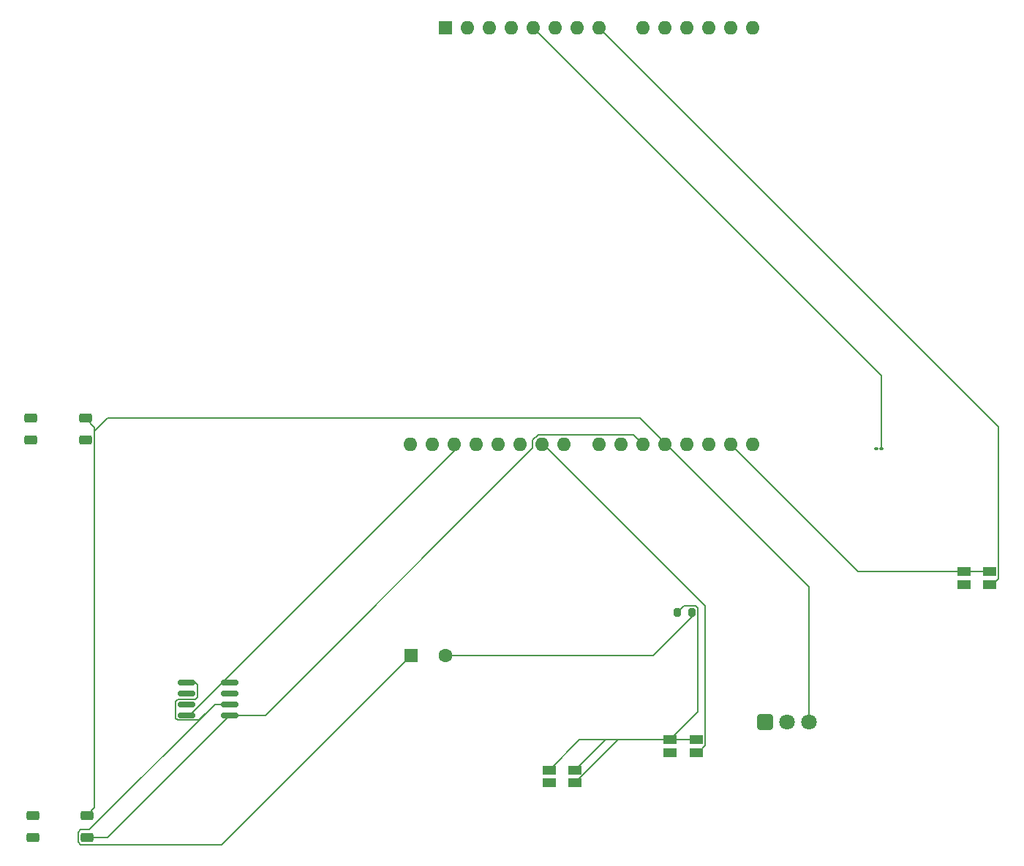
<source format=gbr>
%TF.GenerationSoftware,KiCad,Pcbnew,9.0.0*%
%TF.CreationDate,2025-04-20T12:54:08+05:30*%
%TF.ProjectId,IOT based traffic light smart control innovation,494f5420-6261-4736-9564-207472616666,rev?*%
%TF.SameCoordinates,Original*%
%TF.FileFunction,Copper,L1,Top*%
%TF.FilePolarity,Positive*%
%FSLAX46Y46*%
G04 Gerber Fmt 4.6, Leading zero omitted, Abs format (unit mm)*
G04 Created by KiCad (PCBNEW 9.0.0) date 2025-04-20 12:54:08*
%MOMM*%
%LPD*%
G01*
G04 APERTURE LIST*
G04 Aperture macros list*
%AMRoundRect*
0 Rectangle with rounded corners*
0 $1 Rounding radius*
0 $2 $3 $4 $5 $6 $7 $8 $9 X,Y pos of 4 corners*
0 Add a 4 corners polygon primitive as box body*
4,1,4,$2,$3,$4,$5,$6,$7,$8,$9,$2,$3,0*
0 Add four circle primitives for the rounded corners*
1,1,$1+$1,$2,$3*
1,1,$1+$1,$4,$5*
1,1,$1+$1,$6,$7*
1,1,$1+$1,$8,$9*
0 Add four rect primitives between the rounded corners*
20,1,$1+$1,$2,$3,$4,$5,0*
20,1,$1+$1,$4,$5,$6,$7,0*
20,1,$1+$1,$6,$7,$8,$9,0*
20,1,$1+$1,$8,$9,$2,$3,0*%
G04 Aperture macros list end*
%TA.AperFunction,SMDPad,CuDef*%
%ADD10RoundRect,0.275000X-0.475000X-0.275000X0.475000X-0.275000X0.475000X0.275000X-0.475000X0.275000X0*%
%TD*%
%TA.AperFunction,ComponentPad*%
%ADD11RoundRect,0.248400X-0.651600X-0.651600X0.651600X-0.651600X0.651600X0.651600X-0.651600X0.651600X0*%
%TD*%
%TA.AperFunction,ComponentPad*%
%ADD12C,1.800000*%
%TD*%
%TA.AperFunction,SMDPad,CuDef*%
%ADD13RoundRect,0.150000X-0.825000X-0.150000X0.825000X-0.150000X0.825000X0.150000X-0.825000X0.150000X0*%
%TD*%
%TA.AperFunction,SMDPad,CuDef*%
%ADD14RoundRect,0.200000X-0.200000X-0.275000X0.200000X-0.275000X0.200000X0.275000X-0.200000X0.275000X0*%
%TD*%
%TA.AperFunction,SMDPad,CuDef*%
%ADD15RoundRect,0.100000X-0.130000X-0.100000X0.130000X-0.100000X0.130000X0.100000X-0.130000X0.100000X0*%
%TD*%
%TA.AperFunction,SMDPad,CuDef*%
%ADD16R,1.500000X1.100000*%
%TD*%
%TA.AperFunction,ComponentPad*%
%ADD17R,1.600000X1.600000*%
%TD*%
%TA.AperFunction,ComponentPad*%
%ADD18C,1.600000*%
%TD*%
%TA.AperFunction,ComponentPad*%
%ADD19O,1.600000X1.600000*%
%TD*%
%TA.AperFunction,Conductor*%
%ADD20C,0.200000*%
%TD*%
G04 APERTURE END LIST*
D10*
%TO.P,U4,1,GND*%
%TO.N,unconnected-(U4-GND-Pad1)*%
X57200000Y-157000000D03*
%TO.P,U4,2,GND*%
%TO.N,unconnected-(U4-GND-Pad1)_1*%
X57200000Y-159540000D03*
%TO.P,U4,3,OUT*%
%TO.N,Net-(A2-D5)*%
X63500000Y-159540000D03*
%TO.P,U4,4,Vcc*%
%TO.N,Net-(A2-D4)*%
X63500000Y-157000000D03*
%TD*%
%TO.P,U3,1,GND*%
%TO.N,unconnected-(U3-GND-Pad1)*%
X57000000Y-111000000D03*
%TO.P,U3,2,GND*%
%TO.N,unconnected-(U3-GND-Pad1)_1*%
X57000000Y-113540000D03*
%TO.P,U3,3,OUT*%
%TO.N,unconnected-(U3-OUT-Pad3)*%
X63300000Y-113540000D03*
%TO.P,U3,4,Vcc*%
%TO.N,Net-(A2-D4)*%
X63300000Y-111000000D03*
%TD*%
D11*
%TO.P,U2,1,OUT*%
%TO.N,unconnected-(U2-OUT-Pad1)*%
X141960000Y-146185000D03*
D12*
%TO.P,U2,2,GND*%
%TO.N,unconnected-(U2-GND-Pad2)*%
X144500000Y-146185000D03*
%TO.P,U2,3,Vs*%
%TO.N,Net-(A2-D4)*%
X147040000Y-146185000D03*
%TD*%
D13*
%TO.P,U1,1,~{CE}*%
%TO.N,Net-(BZ1-+)*%
X75025000Y-141595000D03*
%TO.P,U1,2,SO/SIO*%
%TO.N,unconnected-(U1-SO{slash}SIO-Pad2)*%
X75025000Y-142865000D03*
%TO.P,U1,3,SIO2*%
%TO.N,unconnected-(U1-SIO2-Pad3)*%
X75025000Y-144135000D03*
%TO.P,U1,4,VSS*%
%TO.N,Net-(A2-D13)*%
X75025000Y-145405000D03*
%TO.P,U1,5,SI/SIO*%
%TO.N,Net-(A2-D5)*%
X79975000Y-145405000D03*
%TO.P,U1,6,SCLK*%
%TO.N,Net-(BZ1-+)*%
X79975000Y-144135000D03*
%TO.P,U1,7,SIO3*%
%TO.N,unconnected-(U1-SIO3-Pad7)*%
X79975000Y-142865000D03*
%TO.P,U1,8,VCC*%
%TO.N,Net-(A2-D13)*%
X79975000Y-141595000D03*
%TD*%
D14*
%TO.P,R3,1*%
%TO.N,Net-(D5-GK)*%
X131850000Y-133500000D03*
%TO.P,R3,2*%
%TO.N,Earth*%
X133500000Y-133500000D03*
%TD*%
D15*
%TO.P,R2,1*%
%TO.N,Net-(R2-Pad1)*%
X154835000Y-114500000D03*
%TO.P,R2,2*%
%TO.N,Net-(A2-+5V)*%
X155475000Y-114500000D03*
%TD*%
D16*
%TO.P,D6,1,RK*%
%TO.N,Net-(D5-GK)*%
X117000000Y-151750000D03*
%TO.P,D6,2,GK*%
X120000000Y-151750000D03*
%TO.P,D6,3,BK*%
X120000000Y-153250000D03*
%TO.P,D6,4,A*%
%TO.N,unconnected-(D6-A-Pad4)*%
X117000000Y-153250000D03*
%TD*%
%TO.P,D5,1,RK*%
%TO.N,Net-(D5-GK)*%
X131000000Y-148250000D03*
%TO.P,D5,2,GK*%
X134000000Y-148250000D03*
%TO.P,D5,3,BK*%
%TO.N,Net-(A2-D9)*%
X134000000Y-149750000D03*
%TO.P,D5,4,A*%
%TO.N,unconnected-(D5-A-Pad4)*%
X131000000Y-149750000D03*
%TD*%
%TO.P,D4,1,RK*%
%TO.N,Net-(A2-D1{slash}TX)*%
X165000000Y-128750000D03*
%TO.P,D4,2,GK*%
X168000000Y-128750000D03*
%TO.P,D4,3,BK*%
%TO.N,Net-(A2-VIN)*%
X168000000Y-130250000D03*
%TO.P,D4,4,A*%
%TO.N,unconnected-(D4-A-Pad4)*%
X165000000Y-130250000D03*
%TD*%
D17*
%TO.P,BZ1,1,+*%
%TO.N,Net-(BZ1-+)*%
X101000000Y-138500000D03*
D18*
%TO.P,BZ1,2,-*%
%TO.N,Earth*%
X105000000Y-138500000D03*
%TD*%
D17*
%TO.P,A2,1,NC*%
%TO.N,unconnected-(A2-NC-Pad1)*%
X104980000Y-65740000D03*
D19*
%TO.P,A2,2,IOREF*%
%TO.N,unconnected-(A2-IOREF-Pad2)*%
X107520000Y-65740000D03*
%TO.P,A2,3,~{RESET}*%
%TO.N,unconnected-(A2-~{RESET}-Pad3)*%
X110060000Y-65740000D03*
%TO.P,A2,4,3V3*%
%TO.N,unconnected-(A2-3V3-Pad4)*%
X112600000Y-65740000D03*
%TO.P,A2,5,+5V*%
%TO.N,Net-(A2-+5V)*%
X115140000Y-65740000D03*
%TO.P,A2,6,GND*%
%TO.N,unconnected-(A2-GND-Pad6)*%
X117680000Y-65740000D03*
%TO.P,A2,7,GND*%
%TO.N,GND*%
X120220000Y-65740000D03*
%TO.P,A2,8,VIN*%
%TO.N,Net-(A2-VIN)*%
X122760000Y-65740000D03*
%TO.P,A2,9,A0*%
%TO.N,unconnected-(A2-A0-Pad9)*%
X127840000Y-65740000D03*
%TO.P,A2,10,A1*%
%TO.N,unconnected-(A2-A1-Pad10)*%
X130380000Y-65740000D03*
%TO.P,A2,11,A2*%
%TO.N,unconnected-(A2-A2-Pad11)*%
X132920000Y-65740000D03*
%TO.P,A2,12,A3*%
%TO.N,unconnected-(A2-A3-Pad12)*%
X135460000Y-65740000D03*
%TO.P,A2,13,SDA/A4*%
%TO.N,unconnected-(A2-SDA{slash}A4-Pad13)*%
X138000000Y-65740000D03*
%TO.P,A2,14,SCL/A5*%
%TO.N,unconnected-(A2-SCL{slash}A5-Pad14)*%
X140540000Y-65740000D03*
%TO.P,A2,15,D0/RX*%
%TO.N,unconnected-(A2-D0{slash}RX-Pad15)*%
X140540000Y-114000000D03*
%TO.P,A2,16,D1/TX*%
%TO.N,Net-(A2-D1{slash}TX)*%
X138000000Y-114000000D03*
%TO.P,A2,17,D2*%
%TO.N,unconnected-(A2-D2-Pad17)*%
X135460000Y-114000000D03*
%TO.P,A2,18,D3*%
%TO.N,unconnected-(A2-D3-Pad18)*%
X132920000Y-114000000D03*
%TO.P,A2,19,D4*%
%TO.N,Net-(A2-D4)*%
X130380000Y-114000000D03*
%TO.P,A2,20,D5*%
%TO.N,Net-(A2-D5)*%
X127840000Y-114000000D03*
%TO.P,A2,21,D6*%
%TO.N,unconnected-(A2-D6-Pad21)*%
X125300000Y-114000000D03*
%TO.P,A2,22,D7*%
%TO.N,unconnected-(A2-D7-Pad22)*%
X122760000Y-114000000D03*
%TO.P,A2,23,D8*%
%TO.N,unconnected-(A2-D8-Pad23)*%
X118700000Y-114000000D03*
%TO.P,A2,24,D9*%
%TO.N,Net-(A2-D9)*%
X116160000Y-114000000D03*
%TO.P,A2,25,D10*%
%TO.N,unconnected-(A2-D10-Pad25)*%
X113620000Y-114000000D03*
%TO.P,A2,26,D11*%
%TO.N,unconnected-(A2-D11-Pad26)*%
X111080000Y-114000000D03*
%TO.P,A2,27,D12*%
%TO.N,unconnected-(A2-D12-Pad27)*%
X108540000Y-114000000D03*
%TO.P,A2,28,D13*%
%TO.N,Net-(A2-D13)*%
X106000000Y-114000000D03*
%TO.P,A2,29,GND*%
%TO.N,unconnected-(A2-GND-Pad29)*%
X103460000Y-114000000D03*
%TO.P,A2,30,AREF*%
%TO.N,unconnected-(A2-AREF-Pad30)*%
X100920000Y-114000000D03*
%TD*%
D20*
%TO.N,Net-(A2-D5)*%
X126759000Y-112919000D02*
X127840000Y-114000000D01*
X115079000Y-113552235D02*
X115712235Y-112919000D01*
X115079000Y-114447765D02*
X115079000Y-113552235D01*
X115712235Y-112919000D02*
X126759000Y-112919000D01*
X84121765Y-145405000D02*
X115079000Y-114447765D01*
X79975000Y-145405000D02*
X84121765Y-145405000D01*
X65840000Y-159540000D02*
X79975000Y-145405000D01*
X63500000Y-159540000D02*
X65840000Y-159540000D01*
X79975000Y-145405000D02*
X79595000Y-145405000D01*
%TO.N,Net-(D5-GK)*%
X123500000Y-148250000D02*
X134000000Y-148250000D01*
X120000000Y-151750000D02*
X123500000Y-148250000D01*
X120500000Y-148250000D02*
X131000000Y-148250000D01*
X117000000Y-151750000D02*
X120500000Y-148250000D01*
X125000000Y-148250000D02*
X131000000Y-148250000D01*
X120000000Y-153250000D02*
X125000000Y-148250000D01*
X123500000Y-148250000D02*
X131000000Y-148250000D01*
%TO.N,Net-(BZ1-+)*%
X78337900Y-144135000D02*
X79975000Y-144135000D01*
X76486900Y-145986000D02*
X78337900Y-144135000D01*
X74017318Y-145986000D02*
X76486900Y-145986000D01*
X73769000Y-145737682D02*
X74017318Y-145986000D01*
X73769000Y-143802318D02*
X73769000Y-145737682D01*
X74017318Y-143554000D02*
X73769000Y-143802318D01*
X76032682Y-143554000D02*
X74017318Y-143554000D01*
X76281000Y-141876001D02*
X76281000Y-143305682D01*
X75999999Y-141595000D02*
X76281000Y-141876001D01*
X75025000Y-141595000D02*
X75999999Y-141595000D01*
X76281000Y-143305682D02*
X76032682Y-143554000D01*
%TO.N,Net-(A2-+5V)*%
X155475000Y-106075000D02*
X155475000Y-114500000D01*
X115140000Y-65740000D02*
X155475000Y-106075000D01*
%TO.N,Net-(A2-VIN)*%
X169031000Y-112011000D02*
X122760000Y-65740000D01*
X169031000Y-129581000D02*
X169031000Y-112011000D01*
X168362000Y-130250000D02*
X169031000Y-129581000D01*
X168000000Y-130250000D02*
X168362000Y-130250000D01*
%TO.N,Net-(A2-D1{slash}TX)*%
X152750000Y-128750000D02*
X138000000Y-114000000D01*
X168000000Y-128750000D02*
X152750000Y-128750000D01*
%TO.N,Net-(D5-GK)*%
X134201000Y-133011936D02*
X134201000Y-145049000D01*
X133913064Y-132724000D02*
X134201000Y-133011936D01*
X132626000Y-132724000D02*
X133913064Y-132724000D01*
X134201000Y-145049000D02*
X131000000Y-148250000D01*
X131850000Y-133500000D02*
X132626000Y-132724000D01*
%TO.N,Earth*%
X129000000Y-138500000D02*
X105000000Y-138500000D01*
X133500000Y-134000000D02*
X129000000Y-138500000D01*
X133500000Y-133500000D02*
X133500000Y-134000000D01*
%TO.N,Net-(A2-D4)*%
X65851000Y-111000000D02*
X127540000Y-111000000D01*
X64351000Y-112500000D02*
X65851000Y-111000000D01*
X127540000Y-111000000D02*
X130540000Y-114000000D01*
X64351000Y-112500000D02*
X64351000Y-156149000D01*
%TO.N,Net-(BZ1-+)*%
X79109000Y-160391000D02*
X101000000Y-138500000D01*
X62449000Y-160061206D02*
X62778794Y-160391000D01*
X62778794Y-160391000D02*
X79109000Y-160391000D01*
X62449000Y-159018794D02*
X62449000Y-160061206D01*
X63783900Y-158689000D02*
X62778794Y-158689000D01*
X62778794Y-158689000D02*
X62449000Y-159018794D01*
X78337900Y-144135000D02*
X63783900Y-158689000D01*
%TO.N,Net-(A2-D4)*%
X64351000Y-156149000D02*
X63500000Y-157000000D01*
X64351000Y-112051000D02*
X64351000Y-112500000D01*
X63300000Y-111000000D02*
X64351000Y-112051000D01*
%TO.N,Net-(A2-D13)*%
X75371968Y-145405000D02*
X75025000Y-145405000D01*
X106160000Y-114616968D02*
X75371968Y-145405000D01*
X106160000Y-114000000D02*
X106160000Y-114616968D01*
%TO.N,Net-(A2-D9)*%
X135051000Y-148949000D02*
X134250000Y-149750000D01*
X135051000Y-132731000D02*
X135051000Y-148949000D01*
X134250000Y-149750000D02*
X134000000Y-149750000D01*
X116320000Y-114000000D02*
X135051000Y-132731000D01*
%TO.N,Net-(A2-D4)*%
X147040000Y-130500000D02*
X147040000Y-146185000D01*
X130540000Y-114000000D02*
X147040000Y-130500000D01*
%TD*%
M02*

</source>
